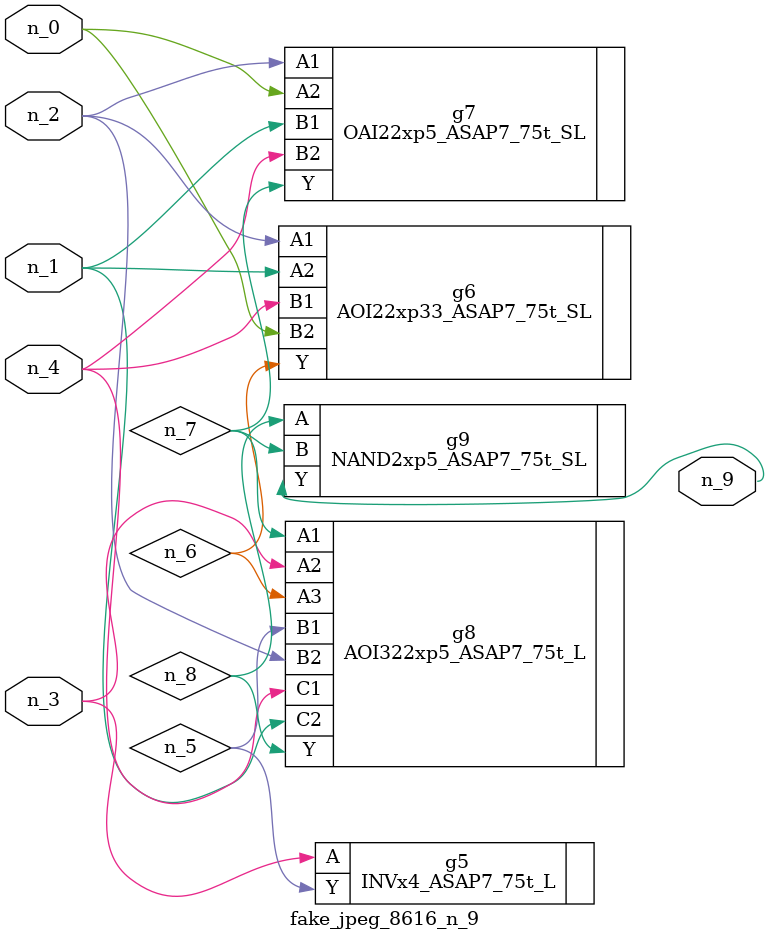
<source format=v>
module fake_jpeg_8616_n_9 (n_3, n_2, n_1, n_0, n_4, n_9);

input n_3;
input n_2;
input n_1;
input n_0;
input n_4;

output n_9;

wire n_8;
wire n_6;
wire n_5;
wire n_7;

INVx4_ASAP7_75t_L g5 ( 
.A(n_3),
.Y(n_5)
);

AOI22xp33_ASAP7_75t_SL g6 ( 
.A1(n_2),
.A2(n_1),
.B1(n_4),
.B2(n_0),
.Y(n_6)
);

OAI22xp5_ASAP7_75t_SL g7 ( 
.A1(n_2),
.A2(n_0),
.B1(n_1),
.B2(n_4),
.Y(n_7)
);

AOI322xp5_ASAP7_75t_L g8 ( 
.A1(n_7),
.A2(n_3),
.A3(n_6),
.B1(n_5),
.B2(n_2),
.C1(n_4),
.C2(n_1),
.Y(n_8)
);

NAND2xp5_ASAP7_75t_SL g9 ( 
.A(n_8),
.B(n_7),
.Y(n_9)
);


endmodule
</source>
